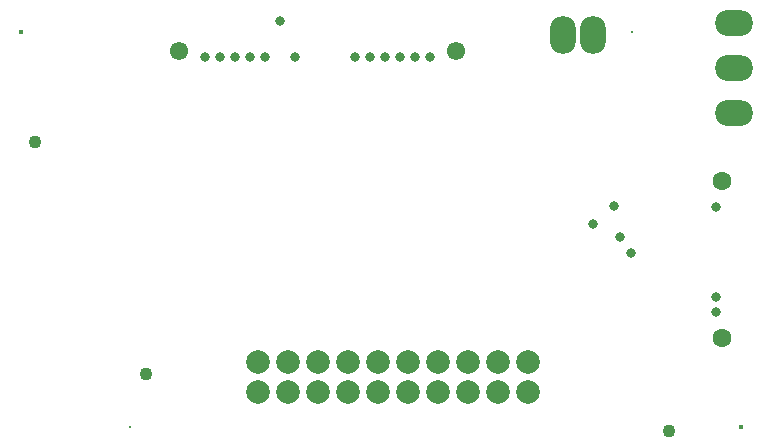
<source format=gbs>
G04*
G04 #@! TF.GenerationSoftware,Altium Limited,Altium Designer,23.8.1 (32)*
G04*
G04 Layer_Color=16711935*
%FSLAX44Y44*%
%MOMM*%
G71*
G04*
G04 #@! TF.SameCoordinates,372F65C9-6F4F-413F-B500-709901E0D80A*
G04*
G04*
G04 #@! TF.FilePolarity,Negative*
G04*
G01*
G75*
%ADD24C,1.1000*%
%ADD25O,2.2032X3.2032*%
%ADD26C,1.5500*%
%ADD27C,1.6000*%
%ADD28C,2.0032*%
%ADD29C,0.4032*%
%ADD30O,3.2032X2.2032*%
%ADD31R,0.2032X0.2032*%
%ADD32C,0.8032*%
D24*
X582504Y30988D02*
D03*
X139528Y78740D02*
D03*
X45466Y275844D02*
D03*
D25*
X518160Y365760D02*
D03*
X492760D02*
D03*
D26*
X167384Y352500D02*
D03*
X402084D02*
D03*
D27*
X627030Y109218D02*
D03*
Y242318D02*
D03*
D28*
X234442Y89154D02*
D03*
X259842D02*
D03*
X285242D02*
D03*
X310642D02*
D03*
X336042D02*
D03*
X361442D02*
D03*
X386842D02*
D03*
X412242D02*
D03*
X437642D02*
D03*
X463042D02*
D03*
X234442Y63754D02*
D03*
X259842D02*
D03*
X285242D02*
D03*
X310642D02*
D03*
X336042D02*
D03*
X361442D02*
D03*
X386842D02*
D03*
X412242D02*
D03*
X437642D02*
D03*
X463042D02*
D03*
D29*
X643700Y34000D02*
D03*
X33700Y369000D02*
D03*
D30*
X637540Y299720D02*
D03*
Y337820D02*
D03*
Y375920D02*
D03*
D31*
X551200Y369000D02*
D03*
X126300Y34000D02*
D03*
D32*
X550672Y181610D02*
D03*
X541274Y194818D02*
D03*
X535940Y220980D02*
D03*
X518160Y205740D02*
D03*
X622302Y220186D02*
D03*
X622270Y144018D02*
D03*
Y131318D02*
D03*
X265684Y347740D02*
D03*
X379984D02*
D03*
X367284D02*
D03*
X354584D02*
D03*
X341884D02*
D03*
X329184D02*
D03*
X316484D02*
D03*
X252984Y378220D02*
D03*
X240284Y347740D02*
D03*
X227584D02*
D03*
X214884D02*
D03*
X202184D02*
D03*
X189484D02*
D03*
M02*

</source>
